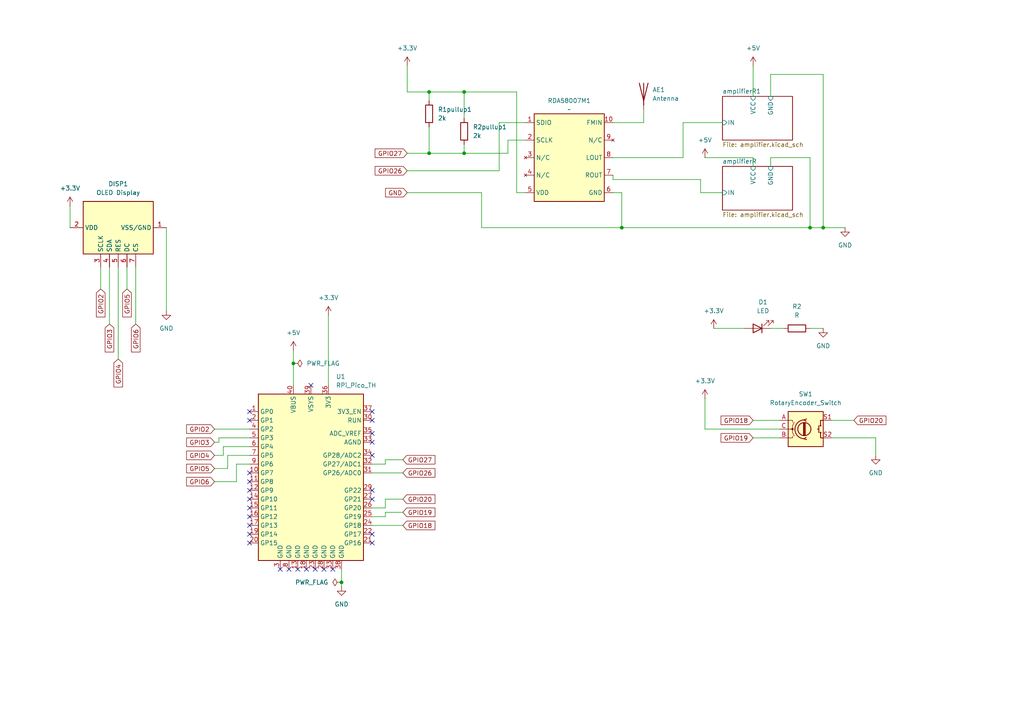
<source format=kicad_sch>
(kicad_sch (version 20231120) (generator "eeschema") (generator_version "8.0")
  (paper "A4")
  (title_block (title "ECE-299 Clock Radio") (date "2024-06-14") (rev "1") (company "Group 2") (comment 1 "Daniel Dufau, Alex Levchenkova, Stefanie Cutler"))
  (lib_symbols
    (symbol "Device:Antenna" (pin_numbers hide) (pin_names (offset 1.016) hide)
      (property "Reference" "AE" (at -1.905 1.905 0))
      (property "Value" "Antenna" (at -1.905 0 0))
      (symbol "Antenna_0_1"
        (polyline (pts (xy 0 2.54) (xy 0 -3.81)) (stroke (width 0.254)))
        (polyline (pts (xy 1.27 2.54) (xy 0 -2.54) (xy -1.27 2.54)) (stroke (width 0.254)))
      )
      (symbol "Antenna_1_1"
        (pin input line (at 0 -5.08 90) (length 2.54) (name "A") (number "1"))
      )
    )
    (symbol "Device:LED" (pin_numbers hide) (pin_names (offset 1.016) hide)
      (property "Reference" "D" (at 0 2.54 0))
      (property "Value" "LED" (at 0 -2.54 0))
      (symbol "LED_0_1"
        (polyline (pts (xy -1.27 -1.27) (xy -1.27 1.27)) (stroke (width 0.254)))
        (polyline (pts (xy -1.27 0) (xy 1.27 0)))
        (polyline (pts (xy 1.27 -1.27) (xy 1.27 1.27) (xy -1.27 0) (xy 1.27 -1.27)) (stroke (width 0.254)))
        (polyline (pts (xy -3.048 -0.762) (xy -4.572 -2.286) (xy -3.81 -2.286) (xy -4.572 -2.286) (xy -4.572 -1.524)))
        (polyline (pts (xy -1.778 -0.762) (xy -3.302 -2.286) (xy -2.54 -2.286) (xy -3.302 -2.286) (xy -3.302 -1.524)))
      )
      (symbol "LED_1_1"
        (pin passive line (at -3.81 0 0) (length 2.54) (name "K") (number "1"))
        (pin passive line (at 3.81 0 180) (length 2.54) (name "A") (number "2"))
      )
    )
    (symbol "Device:R" (pin_numbers hide) (pin_names (offset 0))
      (property "Reference" "R" (at 2.032 0 90))
      (property "Value" "R" (at 0 0 90))
      (symbol "R_0_1"
        (rectangle (start -1.016 -2.54) (end 1.016 2.54) (stroke (width 0.254)))
      )
      (symbol "R_1_1"
        (pin passive line (at 0 3.81 270) (length 1.27) (name "~") (number "1"))
        (pin passive line (at 0 -3.81 90) (length 1.27) (name "~") (number "2"))
      )
    )
    (symbol "Device:RotaryEncoder_Switch" (pin_names (offset 0.254) hide)
      (property "Reference" "SW" (at 0 6.604 0))
      (property "Value" "RotaryEncoder_Switch" (at 0 -6.604 0))
      (symbol "RotaryEncoder_Switch_0_1"
        (rectangle (start -5.08 5.08) (end 5.08 -5.08) (stroke (width 0.254)) (fill (type background)))
        (circle (center -3.81 0) (radius 0.254) (fill (type outline)))
        (circle (center -0.381 0) (radius 1.905) (stroke (width 0.254)))
        (arc (start -0.381 2.667) (mid -3.0988 -0.0635) (end -0.381 -2.794) (stroke (width 0.254)))
        (polyline (pts (xy -0.635 -1.778) (xy -0.635 1.778)) (stroke (width 0.254)))
        (polyline (pts (xy -0.381 -1.778) (xy -0.381 1.778)) (stroke (width 0.254)))
        (polyline (pts (xy -0.127 1.778) (xy -0.127 -1.778)) (stroke (width 0.254)))
        (polyline (pts (xy 3.81 0) (xy 3.429 0)) (stroke (width 0.254)))
        (polyline (pts (xy 3.81 1.016) (xy 3.81 -1.016)) (stroke (width 0.254)))
        (polyline (pts (xy -5.08 -2.54) (xy -3.81 -2.54) (xy -3.81 -2.032)))
        (polyline (pts (xy -5.08 2.54) (xy -3.81 2.54) (xy -3.81 2.032)))
        (polyline (pts (xy 0.254 -3.048) (xy -0.508 -2.794) (xy 0.127 -2.413)) (stroke (width 0.254)))
        (polyline (pts (xy 0.254 2.921) (xy -0.508 2.667) (xy 0.127 2.286)) (stroke (width 0.254)))
        (polyline (pts (xy 5.08 -2.54) (xy 4.318 -2.54) (xy 4.318 -1.016)) (stroke (width 0.254)))
        (polyline (pts (xy 5.08 2.54) (xy 4.318 2.54) (xy 4.318 1.016)) (stroke (width 0.254)))
        (polyline (pts (xy -5.08 0) (xy -3.81 0) (xy -3.81 -1.016) (xy -3.302 -2.032)))
        (polyline (pts (xy -4.318 0) (xy -3.81 0) (xy -3.81 1.016) (xy -3.302 2.032)))
        (circle (center 4.318 -1.016) (radius 0.127) (stroke (width 0.254)))
        (circle (center 4.318 1.016) (radius 0.127) (stroke (width 0.254)))
      )
      (symbol "RotaryEncoder_Switch_1_1"
        (pin passive line (at -7.62 2.54 0) (length 2.54) (name "A") (number "A"))
        (pin passive line (at -7.62 -2.54 0) (length 2.54) (name "B") (number "B"))
        (pin passive line (at -7.62 0 0) (length 2.54) (name "C") (number "C"))
        (pin passive line (at 7.62 2.54 180) (length 2.54) (name "S1") (number "S1"))
        (pin passive line (at 7.62 -2.54 180) (length 2.54) (name "S2") (number "S2"))
      )
    )
    (symbol "ECE:OLED Display"
      (property "Reference" "DISP?" (at 8.89 -1.27 0))
      (property "Value" "OLED Display" (at 8.89 1.27 0))
      (symbol "OLED Display_1_1"
        (rectangle (start -7.62 10.16) (end 7.62 -10.16) (stroke (width 0.254)) (fill (type background)))
        (pin power_in line (at 0 -13.97 90) (length 3.81) (name "VSS/GND") (number "1"))
        (pin power_in line (at 0 13.97 270) (length 3.81) (name "VDD") (number "2"))
        (pin input line (at -11.43 5.08 0) (length 3.81) (name "SCLK") (number "3"))
        (pin output line (at -11.43 2.54 0) (length 3.81) (name "SDA") (number "4"))
        (pin input line (at -11.43 0 0) (length 3.81) (name "RES") (number "5"))
        (pin input line (at -11.43 -2.54 0) (length 3.81) (name "DC") (number "6"))
        (pin input line (at -11.43 -5.08 0) (length 3.81) (name "CS") (number "7"))
      )
    )
    (symbol "ECE:RDA5807M_Module"
      (property "Reference" "RDA58007M1" (at 0 16.51 0))
      (property "Value" "~" (at 0 13.97 0))
      (symbol "RDA5807M_Module_0_1"
        (rectangle (start -10.16 12.7) (end 10.16 -12.7) (stroke (width 0.254)) (fill (type background)))
      )
      (symbol "RDA5807M_Module_1_1"
        (pin bidirectional line (at -12.7 10.16 0) (length 2.54) (name "SDIO") (number "1"))
        (pin output line (at 12.7 10.16 180) (length 2.54) (name "FMIN") (number "10"))
        (pin input line (at -12.7 5.08 0) (length 2.54) (name "SCLK") (number "2"))
        (pin no_connect line (at -12.7 0 0) (length 2.54) (name "N/C") (number "3"))
        (pin no_connect line (at -12.7 -5.08 0) (length 2.54) (name "N/C") (number "4"))
        (pin power_in line (at -12.7 -10.16 0) (length 2.54) (name "VDD") (number "5"))
        (pin power_in line (at 12.7 -10.16 180) (length 2.54) (name "GND") (number "6"))
        (pin output line (at 12.7 -5.08 180) (length 2.54) (name "ROUT") (number "7"))
        (pin output line (at 12.7 0 180) (length 2.54) (name "LOUT") (number "8"))
        (pin no_connect line (at 12.7 5.08 180) (length 2.54) (name "N/C") (number "9"))
      )
    )
    (symbol "ECE:RPi_Pico_TH"
      (property "Reference" "U?" (at 0 1.27 0))
      (property "Value" "RPi_Pico_TH" (at 0 -1.27 0))
      (symbol "RPi_Pico_TH_0_1"
        (rectangle (start -15.24 24.13) (end 15.24 -24.13) (stroke (width 0.254)) (fill (type background)))
      )
      (symbol "RPi_Pico_TH_1_1"
        (pin bidirectional line (at -17.78 19.05 0) (length 2.54) (name "GP0") (number "1"))
        (pin bidirectional line (at -17.78 1.27 0) (length 2.54) (name "GP7") (number "10"))
        (pin bidirectional line (at -17.78 -1.27 0) (length 2.54) (name "GP8") (number "11"))
        (pin bidirectional line (at -17.78 -3.81 0) (length 2.54) (name "GP9") (number "12"))
        (pin power_in line (at -3.81 -26.67 90) (length 2.54) (name "GND") (number "13"))
        (pin bidirectional line (at -17.78 -6.35 0) (length 2.54) (name "GP10") (number "14"))
        (pin bidirectional line (at -17.78 -8.89 0) (length 2.54) (name "GP11") (number "15"))
        (pin bidirectional line (at -17.78 -11.43 0) (length 2.54) (name "GP12") (number "16"))
        (pin bidirectional line (at -17.78 -13.97 0) (length 2.54) (name "GP13") (number "17"))
        (pin power_in line (at -1.27 -26.67 90) (length 2.54) (name "GND") (number "18"))
        (pin bidirectional line (at -17.78 -16.51 0) (length 2.54) (name "GP14") (number "19"))
        (pin bidirectional line (at -17.78 16.51 0) (length 2.54) (name "GP1") (number "2"))
        (pin bidirectional line (at -17.78 -19.05 0) (length 2.54) (name "GP15") (number "20"))
        (pin bidirectional line (at 17.78 -19.05 180) (length 2.54) (name "GP16") (number "21"))
        (pin bidirectional line (at 17.78 -16.51 180) (length 2.54) (name "GP17") (number "22"))
        (pin power_in line (at 1.27 -26.67 90) (length 2.54) (name "GND") (number "23"))
        (pin bidirectional line (at 17.78 -13.97 180) (length 2.54) (name "GP18") (number "24"))
        (pin bidirectional line (at 17.78 -11.43 180) (length 2.54) (name "GP19") (number "25"))
        (pin bidirectional line (at 17.78 -8.89 180) (length 2.54) (name "GP20") (number "26"))
        (pin bidirectional line (at 17.78 -6.35 180) (length 2.54) (name "GP21") (number "27"))
        (pin power_in line (at 3.81 -26.67 90) (length 2.54) (name "GND") (number "28"))
        (pin bidirectional line (at 17.78 -3.81 180) (length 2.54) (name "GP22") (number "29"))
        (pin power_in line (at -8.89 -26.67 90) (length 2.54) (name "GND") (number "3"))
        (pin input line (at 17.78 16.51 180) (length 2.54) (name "RUN") (number "30"))
        (pin bidirectional line (at 17.78 1.27 180) (length 2.54) (name "GP26/ADC0") (number "31"))
        (pin bidirectional line (at 17.78 3.81 180) (length 2.54) (name "GP27/ADC1") (number "32"))
        (pin power_in line (at 17.78 10.16 180) (length 2.54) (name "AGND") (number "33"))
        (pin power_in line (at 6.35 -26.67 90) (length 2.54) (name "GND") (number "33"))
        (pin bidirectional line (at 17.78 6.35 180) (length 2.54) (name "GP28/ADC2") (number "34"))
        (pin power_in line (at 17.78 12.7 180) (length 2.54) (name "ADC_VREF") (number "35"))
        (pin power_out line (at 5.08 26.67 270) (length 2.54) (name "3V3") (number "36"))
        (pin input line (at 17.78 19.05 180) (length 2.54) (name "3V3_EN") (number "37"))
        (pin power_in line (at 8.89 -26.67 90) (length 2.54) (name "GND") (number "38"))
        (pin power_out line (at 0 26.67 270) (length 2.54) (name "VSYS") (number "39"))
        (pin bidirectional line (at -17.78 13.97 0) (length 2.54) (name "GP2") (number "4"))
        (pin power_in line (at -5.08 26.67 270) (length 2.54) (name "VBUS") (number "40"))
        (pin bidirectional line (at -17.78 11.43 0) (length 2.54) (name "GP3") (number "5"))
        (pin bidirectional line (at -17.78 8.89 0) (length 2.54) (name "GP4") (number "6"))
        (pin bidirectional line (at -17.78 6.35 0) (length 2.54) (name "GP5") (number "7"))
        (pin power_in line (at -6.35 -26.67 90) (length 2.54) (name "GND") (number "8"))
        (pin bidirectional line (at -17.78 3.81 0) (length 2.54) (name "GP6") (number "9"))
      )
    )
    (symbol "power:+3.3V" (power) (pin_numbers hide) (pin_names (offset 0) hide)
      (property "Value" "+3.3V" (at 0 3.556 0))
      (symbol "+3.3V_0_1"
        (polyline (pts (xy -0.762 1.27) (xy 0 2.54)))
        (polyline (pts (xy 0 0) (xy 0 2.54)))
        (polyline (pts (xy 0 2.54) (xy 0.762 1.27)))
      )
      (symbol "+3.3V_1_1"
        (pin power_in line (at 0 0 90) (length 0) (name "~") (number "1"))
      )
    )
    (symbol "power:+5V" (power) (pin_numbers hide) (pin_names (offset 0) hide)
      (property "Value" "+5V" (at 0 3.556 0))
      (symbol "+5V_0_1"
        (polyline (pts (xy -0.762 1.27) (xy 0 2.54)))
        (polyline (pts (xy 0 0) (xy 0 2.54)))
        (polyline (pts (xy 0 2.54) (xy 0.762 1.27)))
      )
      (symbol "+5V_1_1"
        (pin power_in line (at 0 0 90) (length 0) (name "~") (number "1"))
      )
    )
    (symbol "power:GND" (power) (pin_numbers hide) (pin_names (offset 0) hide)
      (property "Value" "GND" (at 0 -3.81 0))
      (symbol "GND_0_1"
        (polyline (pts (xy 0 0) (xy 0 -1.27) (xy 1.27 -1.27) (xy 0 -2.54) (xy -1.27 -1.27) (xy 0 -1.27)))
      )
      (symbol "GND_1_1"
        (pin power_in line (at 0 0 270) (length 0) (name "~") (number "1"))
      )
    )
    (symbol "power:PWR_FLAG" (power) (pin_numbers hide) (pin_names (offset 0) hide)
      (property "Value" "PWR_FLAG" (at 0 3.81 0))
      (symbol "PWR_FLAG_0_0"
        (pin power_out line (at 0 0 90) (length 0) (name "~") (number "1"))
      )
      (symbol "PWR_FLAG_0_1"
        (polyline (pts (xy 0 0) (xy 0 1.27) (xy -1.016 1.905) (xy 0 2.54) (xy 1.016 1.905) (xy 0 1.27)))
      )
    )
  )
  (junction (at 99.06 168.91))
  (junction (at 124.46 44.45))
  (junction (at 124.46 26.67))
  (junction (at 85.09 105.41))
  (junction (at 238.76 66.04))
  (junction (at 180.34 66.04))
  (junction (at 134.62 26.67))
  (junction (at 134.62 44.45))
  (junction (at 234.95 66.04))
  (no_connect (at 72.39 147.32))
  (no_connect (at 72.39 157.48))
  (no_connect (at 107.95 128.27))
  (no_connect (at 90.17 111.76))
  (no_connect (at 107.95 144.78))
  (no_connect (at 83.82 165.1))
  (no_connect (at 107.95 119.38))
  (no_connect (at 107.95 121.92))
  (no_connect (at 72.39 154.94))
  (no_connect (at 107.95 157.48))
  (no_connect (at 107.95 142.24))
  (no_connect (at 107.95 132.08))
  (no_connect (at 96.52 165.1))
  (no_connect (at 81.28 165.1))
  (no_connect (at 72.39 119.38))
  (no_connect (at 91.44 165.1))
  (no_connect (at 86.36 165.1))
  (no_connect (at 72.39 144.78))
  (no_connect (at 72.39 152.4))
  (no_connect (at 93.98 165.1))
  (no_connect (at 72.39 121.92))
  (no_connect (at 107.95 154.94))
  (no_connect (at 72.39 149.86))
  (no_connect (at 88.9 165.1))
  (no_connect (at 72.39 137.16))
  (no_connect (at 72.39 139.7))
  (no_connect (at 72.39 142.24))
  (no_connect (at 107.95 125.73))
  (wire (pts (xy 198.12 35.56) (xy 209.55 35.56)))
  (wire (pts (xy 66.04 135.89) (xy 66.04 132.08)))
  (wire (pts (xy 198.12 45.72) (xy 177.8 45.72)))
  (wire (pts (xy 63.5 128.27) (xy 63.5 127)))
  (wire (pts (xy 118.11 26.67) (xy 124.46 26.67)))
  (wire (pts (xy 139.7 55.88) (xy 139.7 66.04)))
  (wire (pts (xy 63.5 127) (xy 72.39 127)))
  (wire (pts (xy 116.84 148.59) (xy 111.76 148.59)))
  (wire (pts (xy 134.62 41.91) (xy 134.62 44.45)))
  (wire (pts (xy 29.21 77.47) (xy 29.21 83.82)))
  (wire (pts (xy 124.46 44.45) (xy 134.62 44.45)))
  (wire (pts (xy 64.77 129.54) (xy 72.39 129.54)))
  (wire (pts (xy 218.44 19.05) (xy 218.44 27.94)))
  (wire (pts (xy 111.76 148.59) (xy 111.76 149.86)))
  (wire (pts (xy 234.95 66.04) (xy 238.76 66.04)))
  (wire (pts (xy 34.29 77.47) (xy 34.29 104.14)))
  (wire (pts (xy 149.86 55.88) (xy 152.4 55.88)))
  (wire (pts (xy 218.44 127) (xy 226.06 127)))
  (wire (pts (xy 107.95 152.4) (xy 116.84 152.4)))
  (wire (pts (xy 31.75 77.47) (xy 31.75 93.98)))
  (wire (pts (xy 241.3 127) (xy 254 127)))
  (wire (pts (xy 62.23 139.7) (xy 68.58 139.7)))
  (wire (pts (xy 241.3 121.92) (xy 247.65 121.92)))
  (wire (pts (xy 223.52 95.25) (xy 227.33 95.25)))
  (wire (pts (xy 144.78 35.56) (xy 152.4 35.56)))
  (wire (pts (xy 177.8 52.07) (xy 203.2 52.07)))
  (wire (pts (xy 99.06 165.1) (xy 99.06 168.91)))
  (wire (pts (xy 111.76 144.78) (xy 111.76 147.32)))
  (wire (pts (xy 203.2 55.88) (xy 209.55 55.88)))
  (wire (pts (xy 95.25 91.44) (xy 95.25 111.76)))
  (wire (pts (xy 118.11 55.88) (xy 139.7 55.88)))
  (wire (pts (xy 254 127) (xy 254 132.08)))
  (wire (pts (xy 20.32 59.69) (xy 20.32 66.04)))
  (wire (pts (xy 149.86 26.67) (xy 149.86 55.88)))
  (wire (pts (xy 218.44 121.92) (xy 226.06 121.92)))
  (wire (pts (xy 62.23 132.08) (xy 64.77 132.08)))
  (wire (pts (xy 118.11 44.45) (xy 124.46 44.45)))
  (wire (pts (xy 204.47 124.46) (xy 226.06 124.46)))
  (wire (pts (xy 204.47 115.57) (xy 204.47 124.46)))
  (wire (pts (xy 64.77 132.08) (xy 64.77 129.54)))
  (wire (pts (xy 180.34 55.88) (xy 180.34 66.04)))
  (wire (pts (xy 68.58 134.62) (xy 72.39 134.62)))
  (wire (pts (xy 207.01 95.25) (xy 215.9 95.25)))
  (wire (pts (xy 116.84 144.78) (xy 111.76 144.78)))
  (wire (pts (xy 85.09 105.41) (xy 85.09 111.76)))
  (wire (pts (xy 177.8 52.07) (xy 177.8 50.8)))
  (wire (pts (xy 62.23 135.89) (xy 66.04 135.89)))
  (wire (pts (xy 180.34 66.04) (xy 234.95 66.04)))
  (wire (pts (xy 118.11 19.05) (xy 118.11 26.67)))
  (wire (pts (xy 147.32 44.45) (xy 147.32 40.64)))
  (wire (pts (xy 66.04 132.08) (xy 72.39 132.08)))
  (wire (pts (xy 234.95 45.72) (xy 234.95 66.04)))
  (wire (pts (xy 124.46 36.83) (xy 124.46 44.45)))
  (wire (pts (xy 62.23 124.46) (xy 72.39 124.46)))
  (wire (pts (xy 85.09 101.6) (xy 85.09 105.41)))
  (wire (pts (xy 186.69 31.75) (xy 186.69 35.56)))
  (wire (pts (xy 99.06 168.91) (xy 99.06 170.18)))
  (wire (pts (xy 223.52 27.94) (xy 223.52 21.59)))
  (wire (pts (xy 118.11 49.53) (xy 144.78 49.53)))
  (wire (pts (xy 223.52 45.72) (xy 223.52 48.26)))
  (wire (pts (xy 124.46 26.67) (xy 134.62 26.67)))
  (wire (pts (xy 111.76 149.86) (xy 107.95 149.86)))
  (wire (pts (xy 223.52 45.72) (xy 234.95 45.72)))
  (wire (pts (xy 134.62 26.67) (xy 134.62 34.29)))
  (wire (pts (xy 48.26 66.04) (xy 48.26 90.17)))
  (wire (pts (xy 204.47 45.72) (xy 218.44 45.72)))
  (wire (pts (xy 218.44 45.72) (xy 218.44 48.26)))
  (wire (pts (xy 139.7 66.04) (xy 180.34 66.04)))
  (wire (pts (xy 223.52 21.59) (xy 238.76 21.59)))
  (wire (pts (xy 234.95 95.25) (xy 238.76 95.25)))
  (wire (pts (xy 111.76 133.35) (xy 111.76 134.62)))
  (wire (pts (xy 198.12 45.72) (xy 198.12 35.56)))
  (wire (pts (xy 111.76 147.32) (xy 107.95 147.32)))
  (wire (pts (xy 124.46 26.67) (xy 124.46 29.21)))
  (wire (pts (xy 177.8 55.88) (xy 180.34 55.88)))
  (wire (pts (xy 203.2 52.07) (xy 203.2 55.88)))
  (wire (pts (xy 36.83 77.47) (xy 36.83 83.82)))
  (wire (pts (xy 39.37 77.47) (xy 39.37 93.98)))
  (wire (pts (xy 111.76 134.62) (xy 107.95 134.62)))
  (wire (pts (xy 147.32 40.64) (xy 152.4 40.64)))
  (wire (pts (xy 116.84 133.35) (xy 111.76 133.35)))
  (wire (pts (xy 238.76 21.59) (xy 238.76 66.04)))
  (wire (pts (xy 134.62 26.67) (xy 149.86 26.67)))
  (wire (pts (xy 238.76 66.04) (xy 245.11 66.04)))
  (wire (pts (xy 62.23 128.27) (xy 63.5 128.27)))
  (wire (pts (xy 68.58 139.7) (xy 68.58 134.62)))
  (wire (pts (xy 134.62 44.45) (xy 147.32 44.45)))
  (wire (pts (xy 177.8 35.56) (xy 186.69 35.56)))
  (wire (pts (xy 107.95 137.16) (xy 116.84 137.16)))
  (wire (pts (xy 144.78 35.56) (xy 144.78 49.53)))
  (global_label "GPIO26" (shape input) (at 118.11 49.53 180) (property "Intersheetrefs" "${INTERSHEET_REFS}" (effects (hide yes))))
  (global_label "GPIO19" (shape input) (at 116.84 148.59 0) (property "Intersheetrefs" "${INTERSHEET_REFS}" (effects (hide yes))))
  (global_label "GPIO19" (shape input) (at 218.44 127 180) (property "Intersheetrefs" "${INTERSHEET_REFS}" (effects (hide yes))))
  (global_label "GPIO20" (shape input) (at 116.84 144.78 0) (property "Intersheetrefs" "${INTERSHEET_REFS}" (effects (hide yes))))
  (global_label "GPIO27" (shape input) (at 118.11 44.45 180) (property "Intersheetrefs" "${INTERSHEET_REFS}" (effects (hide yes))))
  (global_label "GPIO6" (shape input) (at 39.37 93.98 270) (property "Intersheetrefs" "${INTERSHEET_REFS}" (effects (hide yes))))
  (global_label "GPIO3" (shape input) (at 31.75 93.98 270) (property "Intersheetrefs" "${INTERSHEET_REFS}" (effects (hide yes))))
  (global_label "GPIO3" (shape input) (at 62.23 128.27 180) (property "Intersheetrefs" "${INTERSHEET_REFS}" (effects (hide yes))))
  (global_label "GPIO18" (shape input) (at 116.84 152.4 0) (property "Intersheetrefs" "${INTERSHEET_REFS}" (effects (hide yes))))
  (global_label "GPIO27" (shape input) (at 116.84 133.35 0) (property "Intersheetrefs" "${INTERSHEET_REFS}" (effects (hide yes))))
  (global_label "GPIO4" (shape input) (at 62.23 132.08 180) (property "Intersheetrefs" "${INTERSHEET_REFS}" (effects (hide yes))))
  (global_label "GPIO5" (shape input) (at 62.23 135.89 180) (property "Intersheetrefs" "${INTERSHEET_REFS}" (effects (hide yes))))
  (global_label "GPIO2" (shape input) (at 62.23 124.46 180) (property "Intersheetrefs" "${INTERSHEET_REFS}" (effects (hide yes))))
  (global_label "GND" (shape input) (at 118.11 55.88 180) (property "Intersheetrefs" "${INTERSHEET_REFS}" (effects (hide yes))))
  (global_label "GPIO4" (shape input) (at 34.29 104.14 270) (property "Intersheetrefs" "${INTERSHEET_REFS}" (effects (hide yes))))
  (global_label "GPIO2" (shape input) (at 29.21 83.82 270) (property "Intersheetrefs" "${INTERSHEET_REFS}" (effects (hide yes))))
  (global_label "GPIO18" (shape input) (at 218.44 121.92 180) (property "Intersheetrefs" "${INTERSHEET_REFS}" (effects (hide yes))))
  (global_label "GPIO20" (shape input) (at 247.65 121.92 0) (property "Intersheetrefs" "${INTERSHEET_REFS}" (effects (hide yes))))
  (global_label "GPIO6" (shape input) (at 62.23 139.7 180) (property "Intersheetrefs" "${INTERSHEET_REFS}" (effects (hide yes))))
  (global_label "GPIO5" (shape input) (at 36.83 83.82 270) (property "Intersheetrefs" "${INTERSHEET_REFS}" (effects (hide yes))))
  (global_label "GPIO26" (shape input) (at 116.84 137.16 0) (property "Intersheetrefs" "${INTERSHEET_REFS}" (effects (hide yes))))
  (symbol (lib_id "ECE:OLED Display") (at 34.29 66.04 90) (unit 1)
    (property "Reference" "DISP1" (at 34.29 53.34 90))
    (property "Value" "OLED Display" (at 34.29 55.88 90))
    (property "Footprint" "ECE:OLED_Display_1.3" (effects (hide yes)))
  )
  (symbol (lib_id "Device:R") (at 231.14 95.25 90) (unit 1)
    (property "Reference" "R2" (at 231.14 88.9 90))
    (property "Value" "R" (at 231.14 91.44 90))
    (property "Footprint" "Resistor_THT:R_Axial_DIN0309_L9.0mm_D3.2mm_P12.70mm_Horizontal" (effects (hide yes)))
    (property "Description" "Resistor" (effects (hide yes)))
  )
  (symbol (lib_id "power:GND") (at 245.11 66.04 0) (unit 1)
    (property "Reference" "#PWR04" (effects (hide yes)))
    (property "Value" "GND" (at 245.11 71.12 0))
    (property "Description" "Power symbol creates a global label with name \"GND\" , ground" (effects (hide yes)))
  )
  (symbol (lib_id "power:PWR_FLAG") (at 99.06 168.91 90) (unit 1)
    (property "Reference" "#FLG02" (effects (hide yes)))
    (property "Value" "PWR_FLAG" (at 95.25 168.9099 90) (effects (justify left)))
    (property "Description" "Special symbol for telling ERC where power comes from" (effects (hide yes)))
  )
  (symbol (lib_id "Device:R") (at 134.62 38.1 0) (unit 1)
    (property "Reference" "R2pullup1" (at 137.16 36.8299 0) (effects (justify left)))
    (property "Value" "2k" (at 137.16 39.3699 0) (effects (justify left)))
    (property "Footprint" "Resistor_THT:R_Axial_DIN0309_L9.0mm_D3.2mm_P12.70mm_Horizontal" (effects (hide yes)))
    (property "Description" "Resistor" (effects (hide yes)))
  )
  (symbol (lib_id "power:+5V") (at 218.44 19.05 0) (unit 1)
    (property "Reference" "#PWR02" (effects (hide yes)))
    (property "Value" "+5V" (at 218.44 13.97 0))
    (property "Description" "Power symbol creates a global label with name \"+5V\"" (effects (hide yes)))
  )
  (symbol (lib_id "Device:Antenna") (at 186.69 26.67 0) (unit 1)
    (property "Reference" "AE1" (at 189.23 26.0349 0) (effects (justify left)))
    (property "Value" "Antenna" (at 189.23 28.5749 0) (effects (justify left)))
    (property "Description" "Antenna" (effects (hide yes)))
  )
  (symbol (lib_id "power:GND") (at 48.26 90.17 0) (unit 1)
    (property "Reference" "#PWR013" (effects (hide yes)))
    (property "Value" "GND" (at 48.26 95.25 0))
    (property "Description" "Power symbol creates a global label with name \"GND\" , ground" (effects (hide yes)))
  )
  (symbol (lib_id "power:+3.3V") (at 207.01 95.25 0) (unit 1)
    (property "Reference" "#PWR019" (effects (hide yes)))
    (property "Value" "+3.3V" (at 207.01 90.17 0))
    (property "Description" "Power symbol creates a global label with name \"+3.3V\"" (effects (hide yes)))
  )
  (symbol (lib_id "power:+3.3V") (at 118.11 19.05 0) (unit 1)
    (property "Reference" "#PWR03" (effects (hide yes)))
    (property "Value" "+3.3V" (at 118.11 13.97 0))
    (property "Description" "Power symbol creates a global label with name \"+3.3V\"" (effects (hide yes)))
  )
  (symbol (lib_id "power:GND") (at 99.06 170.18 0) (unit 1)
    (property "Reference" "#PWR05" (effects (hide yes)))
    (property "Value" "GND" (at 99.06 175.26 0))
    (property "Description" "Power symbol creates a global label with name \"GND\" , ground" (effects (hide yes)))
  )
  (symbol (lib_id "power:+5V") (at 85.09 101.6 0) (unit 1)
    (property "Reference" "#PWR06" (effects (hide yes)))
    (property "Value" "+5V" (at 85.09 96.52 0))
    (property "Description" "Power symbol creates a global label with name \"+5V\"" (effects (hide yes)))
  )
  (symbol (lib_id "Device:LED") (at 219.71 95.25 180) (unit 1)
    (property "Reference" "D1" (at 221.2975 87.63 0))
    (property "Value" "LED" (at 221.2975 90.17 0))
    (property "Description" "Light emitting diode" (effects (hide yes)))
  )
  (symbol (lib_id "ECE:RDA5807M_Module") (at 165.1 45.72 0) (unit 1)
    (property "Reference" "RDA58007M1" (at 165.1 29.21 0))
    (property "Value" "~" (at 165.1 31.75 0))
    (property "Footprint" "ECE:RDA5807M_Module_TH" (effects (hide yes)))
  )
  (symbol (lib_id "power:+3.3V") (at 204.47 115.57 0) (unit 1)
    (property "Reference" "#PWR09" (effects (hide yes)))
    (property "Value" "+3.3V" (at 204.47 110.49 0))
    (property "Description" "Power symbol creates a global label with name \"+3.3V\"" (effects (hide yes)))
  )
  (symbol (lib_id "ECE:RPi_Pico_TH") (at 90.17 138.43 0) (unit 1)
    (property "Reference" "U1" (at 97.4441 109.22 0) (effects (justify left)))
    (property "Value" "RPi_Pico_TH" (at 97.4441 111.76 0) (effects (justify left)))
    (property "Footprint" "ECE:RPi_Pico_TH" (effects (hide yes)))
    (property "Description" "Raspberry Pi Pico" (effects (hide yes)))
  )
  (symbol (lib_id "power:PWR_FLAG") (at 85.09 105.41 270) (unit 1)
    (property "Reference" "#FLG01" (effects (hide yes)))
    (property "Value" "PWR_FLAG" (at 88.9 105.4099 90) (effects (justify left)))
    (property "Description" "Special symbol for telling ERC where power comes from" (effects (hide yes)))
  )
  (symbol (lib_id "Device:RotaryEncoder_Switch") (at 233.68 124.46 0) (unit 1)
    (property "Reference" "SW1" (at 233.68 114.3 0))
    (property "Value" "RotaryEncoder_Switch" (at 233.68 116.84 0))
    (property "Footprint" "Rotary_Encoder:RotaryEncoder_Bourns_Horizontal_PEC12R-2x17F-Sxxxx" (effects (hide yes)))
    (property "Description" "Rotary encoder, dual channel, incremental quadrate outputs, with switch" (effects (hide yes)))
  )
  (symbol (lib_id "power:+3.3V") (at 95.25 91.44 0) (unit 1)
    (property "Reference" "#PWR07" (effects (hide yes)))
    (property "Value" "+3.3V" (at 95.25 86.36 0))
    (property "Description" "Power symbol creates a global label with name \"+3.3V\"" (effects (hide yes)))
  )
  (symbol (lib_id "power:GND") (at 254 132.08 0) (unit 1)
    (property "Reference" "#PWR010" (effects (hide yes)))
    (property "Value" "GND" (at 254 137.16 0))
    (property "Description" "Power symbol creates a global label with name \"GND\" , ground" (effects (hide yes)))
  )
  (symbol (lib_id "power:+5V") (at 204.47 45.72 0) (unit 1)
    (property "Reference" "#PWR08" (effects (hide yes)))
    (property "Value" "+5V" (at 204.47 40.64 0))
    (property "Description" "Power symbol creates a global label with name \"+5V\"" (effects (hide yes)))
  )
  (symbol (lib_id "power:+3.3V") (at 20.32 59.69 0) (unit 1)
    (property "Reference" "#PWR012" (effects (hide yes)))
    (property "Value" "+3.3V" (at 20.32 54.61 0))
    (property "Description" "Power symbol creates a global label with name \"+3.3V\"" (effects (hide yes)))
  )
  (symbol (lib_id "Device:R") (at 124.46 33.02 0) (unit 1)
    (property "Reference" "R1pullup1" (at 127 31.7499 0) (effects (justify left)))
    (property "Value" "2k" (at 127 34.2899 0) (effects (justify left)))
    (property "Footprint" "Resistor_THT:R_Axial_DIN0309_L9.0mm_D3.2mm_P12.70mm_Horizontal" (effects (hide yes)))
    (property "Description" "Resistor" (effects (hide yes)))
  )
  (symbol (lib_id "power:GND") (at 238.76 95.25 0) (unit 1)
    (property "Reference" "#PWR011" (effects (hide yes)))
    (property "Value" "GND" (at 238.76 100.33 0))
    (property "Description" "Power symbol creates a global label with name \"GND\" , ground" (effects (hide yes)))
  )
  (sheet (at 209.55 48.26) (size 20.32 12.7) (stroke (width 0.1524))
    (property "Sheetname" "amplifierR" (at 209.55 47.5484 0) (effects (justify left bottom)))
    (property "Sheetfile" "amplifier.kicad_sch" (at 209.55 61.5446 0) (effects (justify left top)))
    (pin "IN" input (at 209.55 55.88 180))
    (pin "VCC" input (at 218.44 48.26 90))
    (pin "GND" input (at 223.52 48.26 90))
  )
  (sheet (at 209.55 27.94) (size 20.32 12.7) (stroke (width 0.1524))
    (property "Sheetname" "amplifierR1" (at 209.55 27.2284 0) (effects (justify left bottom)))
    (property "Sheetfile" "amplifier.kicad_sch" (at 209.55 41.2246 0) (effects (justify left top)))
    (pin "IN" input (at 209.55 35.56 180))
    (pin "VCC" input (at 218.44 27.94 90))
    (pin "GND" input (at 223.52 27.94 90))
  )
)
</source>
